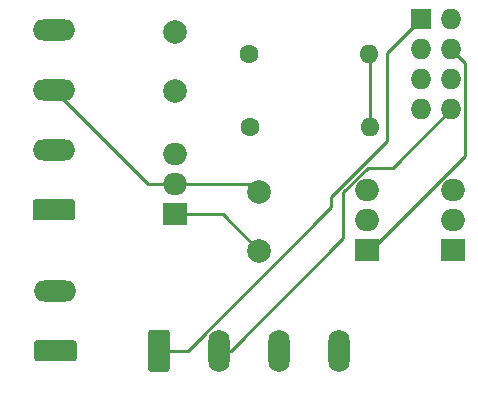
<source format=gbl>
%TF.GenerationSoftware,KiCad,Pcbnew,5.99.0+really5.1.10+dfsg1-1*%
%TF.CreationDate,2021-12-19T10:59:00-08:00*%
%TF.ProjectId,TasmotaGenericPCB,5461736d-6f74-4614-9765-6e6572696350,rev?*%
%TF.SameCoordinates,Original*%
%TF.FileFunction,Copper,L2,Bot*%
%TF.FilePolarity,Positive*%
%FSLAX46Y46*%
G04 Gerber Fmt 4.6, Leading zero omitted, Abs format (unit mm)*
G04 Created by KiCad (PCBNEW 5.99.0+really5.1.10+dfsg1-1) date 2021-12-19 10:59:00*
%MOMM*%
%LPD*%
G01*
G04 APERTURE LIST*
%TA.AperFunction,ComponentPad*%
%ADD10O,3.600000X1.800000*%
%TD*%
%TA.AperFunction,ComponentPad*%
%ADD11O,1.800000X3.600000*%
%TD*%
%TA.AperFunction,ComponentPad*%
%ADD12O,1.600000X1.600000*%
%TD*%
%TA.AperFunction,ComponentPad*%
%ADD13C,1.600000*%
%TD*%
%TA.AperFunction,ComponentPad*%
%ADD14C,2.000000*%
%TD*%
%TA.AperFunction,ComponentPad*%
%ADD15R,1.727200X1.727200*%
%TD*%
%TA.AperFunction,ComponentPad*%
%ADD16O,1.727200X1.727200*%
%TD*%
%TA.AperFunction,ComponentPad*%
%ADD17O,2.000000X1.905000*%
%TD*%
%TA.AperFunction,ComponentPad*%
%ADD18R,2.000000X1.905000*%
%TD*%
%TA.AperFunction,Conductor*%
%ADD19C,0.250000*%
%TD*%
G04 APERTURE END LIST*
D10*
%TO.P,J3,2*%
%TO.N,/GND*%
X103124000Y-111633000D03*
%TO.P,J3,1*%
%TO.N,Net-(J3-Pad1)*%
%TA.AperFunction,ComponentPad*%
G36*
G01*
X104674000Y-117613000D02*
X101574000Y-117613000D01*
G75*
G02*
X101324000Y-117363000I0J250000D01*
G01*
X101324000Y-116063000D01*
G75*
G02*
X101574000Y-115813000I250000J0D01*
G01*
X104674000Y-115813000D01*
G75*
G02*
X104924000Y-116063000I0J-250000D01*
G01*
X104924000Y-117363000D01*
G75*
G02*
X104674000Y-117613000I-250000J0D01*
G01*
G37*
%TD.AperFunction*%
%TD*%
D11*
%TO.P,J2,4*%
%TO.N,Net-(J2-Pad4)*%
X127127000Y-116713000D03*
%TO.P,J2,3*%
%TO.N,Net-(J2-Pad3)*%
X122047000Y-116713000D03*
%TO.P,J2,2*%
%TO.N,Net-(J2-Pad2)*%
X116967000Y-116713000D03*
%TO.P,J2,1*%
%TO.N,Net-(J2-Pad1)*%
%TA.AperFunction,ComponentPad*%
G36*
G01*
X110987000Y-118263000D02*
X110987000Y-115163000D01*
G75*
G02*
X111237000Y-114913000I250000J0D01*
G01*
X112537000Y-114913000D01*
G75*
G02*
X112787000Y-115163000I0J-250000D01*
G01*
X112787000Y-118263000D01*
G75*
G02*
X112537000Y-118513000I-250000J0D01*
G01*
X111237000Y-118513000D01*
G75*
G02*
X110987000Y-118263000I0J250000D01*
G01*
G37*
%TD.AperFunction*%
%TD*%
D10*
%TO.P,J1,4*%
%TO.N,/GND*%
X102997000Y-89535000D03*
%TO.P,J1,3*%
%TO.N,Net-(C2-Pad1)*%
X102997000Y-94615000D03*
%TO.P,J1,2*%
%TO.N,/VCC*%
X102997000Y-99695000D03*
%TO.P,J1,1*%
%TO.N,/GND*%
%TA.AperFunction,ComponentPad*%
G36*
G01*
X104547000Y-105675000D02*
X101447000Y-105675000D01*
G75*
G02*
X101197000Y-105425000I0J250000D01*
G01*
X101197000Y-104125000D01*
G75*
G02*
X101447000Y-103875000I250000J0D01*
G01*
X104547000Y-103875000D01*
G75*
G02*
X104797000Y-104125000I0J-250000D01*
G01*
X104797000Y-105425000D01*
G75*
G02*
X104547000Y-105675000I-250000J0D01*
G01*
G37*
%TD.AperFunction*%
%TD*%
D12*
%TO.P,R2,2*%
%TO.N,Net-(C2-Pad1)*%
X129794000Y-97790000D03*
D13*
%TO.P,R2,1*%
%TO.N,Net-(J3-Pad1)*%
X119634000Y-97790000D03*
%TD*%
D12*
%TO.P,R1,2*%
%TO.N,Net-(C2-Pad1)*%
X129667000Y-91567000D03*
D13*
%TO.P,R1,1*%
%TO.N,Net-(R1-Pad1)*%
X119507000Y-91567000D03*
%TD*%
D14*
%TO.P,C2,2*%
%TO.N,/GND*%
X120396000Y-108251000D03*
%TO.P,C2,1*%
%TO.N,Net-(C2-Pad1)*%
X120396000Y-103251000D03*
%TD*%
%TO.P,C1,2*%
%TO.N,/GND*%
X113284000Y-89742000D03*
%TO.P,C1,1*%
%TO.N,/VCC*%
X113284000Y-94742000D03*
%TD*%
D15*
%TO.P,U1,1*%
%TO.N,Net-(J2-Pad1)*%
X134112000Y-88646000D03*
D16*
%TO.P,U1,2*%
%TO.N,/GND*%
X136652000Y-88646000D03*
%TO.P,U1,3*%
%TO.N,Net-(R1-Pad1)*%
X134112000Y-91186000D03*
%TO.P,U1,4*%
%TO.N,Net-(Q1-Pad1)*%
X136652000Y-91186000D03*
%TO.P,U1,5*%
%TO.N,Net-(J3-Pad1)*%
X134112000Y-93726000D03*
%TO.P,U1,6*%
%TO.N,Net-(Q2-Pad1)*%
X136652000Y-93726000D03*
%TO.P,U1,7*%
%TO.N,Net-(C2-Pad1)*%
X134112000Y-96266000D03*
%TO.P,U1,8*%
%TO.N,Net-(J2-Pad2)*%
X136652000Y-96266000D03*
%TD*%
D17*
%TO.P,U2,3*%
%TO.N,/VCC*%
X113284000Y-100076000D03*
%TO.P,U2,2*%
%TO.N,Net-(C2-Pad1)*%
X113284000Y-102616000D03*
D18*
%TO.P,U2,1*%
%TO.N,/GND*%
X113284000Y-105156000D03*
%TD*%
D17*
%TO.P,Q2,3*%
%TO.N,/GND*%
X136779000Y-103124000D03*
%TO.P,Q2,2*%
%TO.N,Net-(J2-Pad4)*%
X136779000Y-105664000D03*
D18*
%TO.P,Q2,1*%
%TO.N,Net-(Q2-Pad1)*%
X136779000Y-108204000D03*
%TD*%
D17*
%TO.P,Q1,3*%
%TO.N,/GND*%
X129540000Y-103124000D03*
%TO.P,Q1,2*%
%TO.N,Net-(J2-Pad3)*%
X129540000Y-105664000D03*
D18*
%TO.P,Q1,1*%
%TO.N,Net-(Q1-Pad1)*%
X129540000Y-108204000D03*
%TD*%
D19*
%TO.N,/GND*%
X117301000Y-105156000D02*
X120396000Y-108251000D01*
X113284000Y-105156000D02*
X117301000Y-105156000D01*
%TO.N,Net-(C2-Pad1)*%
X119761000Y-102616000D02*
X120396000Y-103251000D01*
X113284000Y-102616000D02*
X119761000Y-102616000D01*
X129794000Y-91694000D02*
X129667000Y-91567000D01*
X129794000Y-97790000D02*
X129794000Y-91694000D01*
X110998000Y-102616000D02*
X102997000Y-94615000D01*
X113284000Y-102616000D02*
X110998000Y-102616000D01*
%TO.N,Net-(J2-Pad1)*%
X114334575Y-116713000D02*
X126492000Y-104555575D01*
X111887000Y-116713000D02*
X114334575Y-116713000D01*
X126492000Y-103681419D02*
X131240419Y-98933000D01*
X126492000Y-104555575D02*
X126492000Y-103681419D01*
X131240419Y-91517581D02*
X134112000Y-88646000D01*
X131240419Y-98933000D02*
X131240419Y-91517581D01*
%TO.N,Net-(J2-Pad2)*%
X116967000Y-116713000D02*
X116967000Y-116586000D01*
X116967000Y-116713000D02*
X117983000Y-116713000D01*
X117983000Y-116713000D02*
X127508000Y-107188000D01*
X127508000Y-103301829D02*
X129590829Y-101219000D01*
X127508000Y-107188000D02*
X127508000Y-103301829D01*
X131699000Y-101219000D02*
X136652000Y-96266000D01*
X129590829Y-101219000D02*
X131699000Y-101219000D01*
%TO.N,Net-(Q1-Pad1)*%
X137840601Y-92374601D02*
X136652000Y-91186000D01*
X137840601Y-100208228D02*
X137840601Y-92374601D01*
X129844829Y-108204000D02*
X137840601Y-100208228D01*
X129540000Y-108204000D02*
X129844829Y-108204000D01*
%TD*%
M02*

</source>
